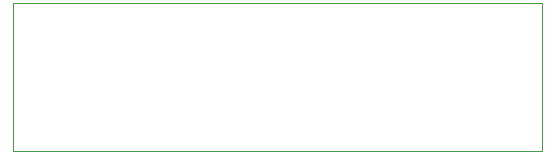
<source format=gbr>
G04 #@! TF.GenerationSoftware,KiCad,Pcbnew,7.0.9*
G04 #@! TF.CreationDate,2024-03-27T02:29:44+03:00*
G04 #@! TF.ProjectId,hellen1-mcz33810,68656c6c-656e-4312-9d6d-637a33333831,rev?*
G04 #@! TF.SameCoordinates,PX507b070PY4a65690*
G04 #@! TF.FileFunction,Other,User*
%FSLAX46Y46*%
G04 Gerber Fmt 4.6, Leading zero omitted, Abs format (unit mm)*
G04 Created by KiCad (PCBNEW 7.0.9) date 2024-03-27 02:29:44*
%MOMM*%
%LPD*%
G01*
G04 APERTURE LIST*
%ADD10C,0.020000*%
G04 APERTURE END LIST*
D10*
X0Y12520000D02*
X44770000Y12520000D01*
X44770000Y0D01*
X0Y0D01*
X0Y12520000D01*
M02*

</source>
